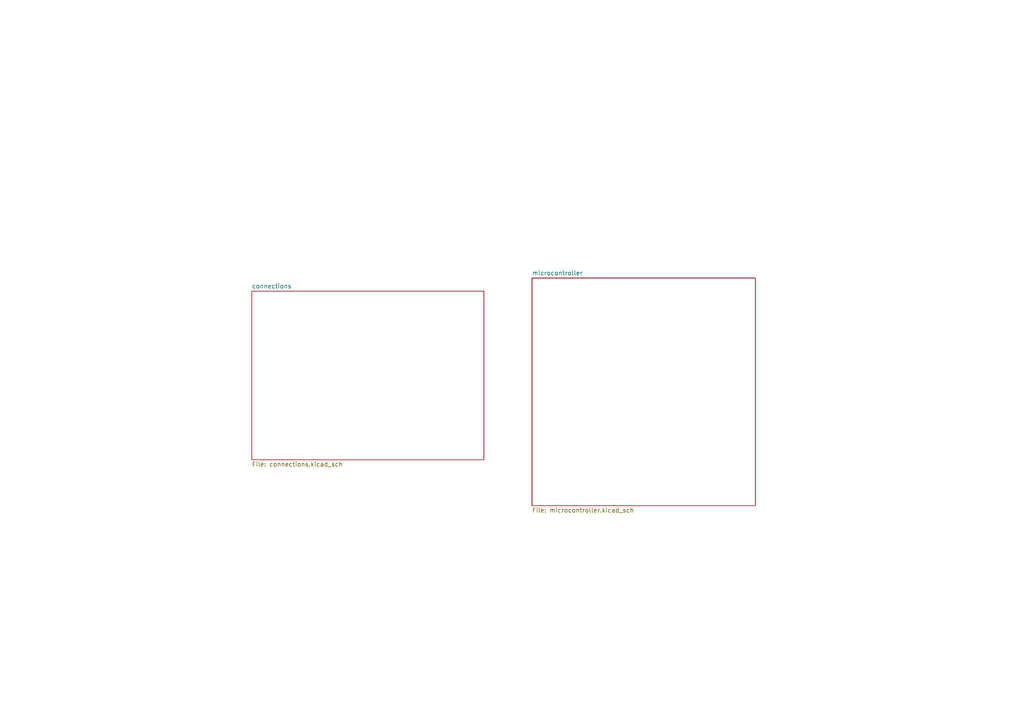
<source format=kicad_sch>
(kicad_sch (version 20211123) (generator eeschema)
  (paper "A4")
  (title_block (title "STM32 Çizim") (date "2022-09-30") (rev "V0") (company "Tünay Kavrayan") (comment 1 "İlk IC ile yaptığım çizim"))
  (lib_symbols)
  (sheet (at 154.305 80.645) (size 64.77 66.04) (stroke (width 0.1524))
    (property "Sheet name" "microcontroller" (at 154.305 79.9334 0) (effects (justify left bottom)))
    (property "Sheet file" "microcontroller.kicad_sch" (at 154.305 147.2696 0) (effects (justify left top)))
  )
  (sheet (at 73.025 84.455) (size 67.31 48.895) (stroke (width 0.1524))
    (property "Sheet name" "connections" (at 73.025 83.7434 0) (effects (justify left bottom)))
    (property "Sheet file" "connections.kicad_sch" (at 73.025 133.9346 0) (effects (justify left top)))
  )
)
</source>
